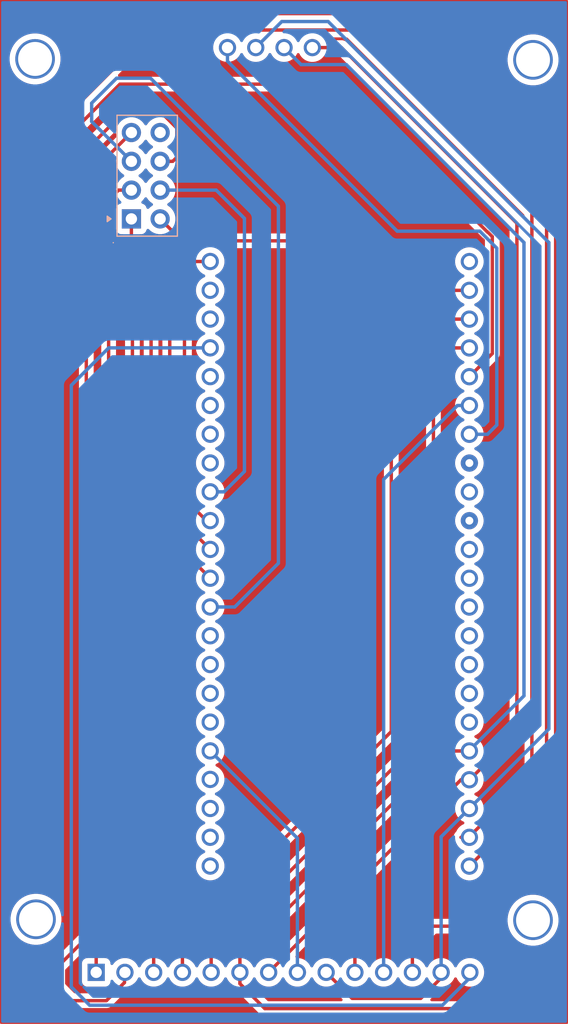
<source format=kicad_pcb>
(kicad_pcb (version 20241229) (generator "pcbnew") (generator_version "9.0")
  (layers (0 "F.Cu" signal) (2 "B.Cu" signal) (13 "F.Paste" user) (15 "B.Paste" user) (5 "F.SilkS" user "F.Silkscreen") (7 "B.SilkS" user "B.Silkscreen") (1 "F.Mask" user) (3 "B.Mask" user) (25 "Edge.Cuts" user))
  (net 0 "")
  (footprint "" (layer "F.Cu") (at 91.375 100.865 -90)
    (property "Reference" "" (at 0 0 90) (layer "F.SilkS") (effects (font (size 1.27 1.27))))
    (property "Value" "")
    (pad "31" thru_hole circle (at 0 0) (size 1.524 1.524) (drill 1) (layers "*.Cu" "*.Mask"))
  )
  (footprint "" (layer "F.Cu") (at 91.375 108.485 -90)
    (property "Reference" "" (at 0 0 90) (layer "F.SilkS") (effects (font (size 1.27 1.27))))
    (property "Value" "")
    (pad "28" thru_hole circle (at 0 0) (size 1.524 1.524) (drill 1) (layers "*.Cu" "*.Mask"))
  )
  (footprint "" (layer "F.Cu") (at 68.475 83.075 -90)
    (property "Reference" "" (at 0 0 90) (layer "F.SilkS") (effects (font (size 1.27 1.27))))
    (property "Value" "")
    (pad "42" thru_hole circle (at 0 0) (size 1.524 1.524) (drill 1) (layers "*.Cu" "*.Mask"))
  )
  (footprint "" (layer "F.Cu") (at 70 51.5)
    (property "Reference" "" (at 0 0 0) (layer "F.SilkS") (effects (font (size 1.27 1.27))))
    (property "Value" "")
    (pad "CS" thru_hole circle (at 0 0 90) (size 1.524 1.524) (drill 1) (layers "*.Cu" "*.Mask"))
  )
  (footprint "" (layer "F.Cu") (at 97 52.581139)
    (property "Reference" "" (at 0 0 0) (layer "F.SilkS") (effects (font (size 1.27 1.27))))
    (property "Value" "")
    (pad "23" thru_hole circle (at 0 0 270) (size 3.5 3.5) (drill 3) (layers "*.Cu" "*.Mask"))
  )
  (footprint "" (layer "F.Cu") (at 91.375 103.405 -90)
    (property "Reference" "" (at 0 0 90) (layer "F.SilkS") (effects (font (size 1.27 1.27))))
    (property "Value" "")
    (pad "30" thru_hole circle (at 0 0) (size 1.524 1.524) (drill 1) (layers "*.Cu" "*.Mask"))
  )
  (footprint "" (layer "F.Cu") (at 88.88 133.1 180)
    (property "Reference" "" (at 0 0 0) (layer "F.SilkS") (effects (font (size 1.27 1.27))))
    (property "Value" "")
    (pad "34" thru_hole circle (at 0 0 270) (size 1.524 1.524) (drill 1) (layers "*.Cu" "*.Mask"))
  )
  (footprint "" (layer "F.Cu") (at 86.34 133.1 180)
    (property "Reference" "" (at 0 0 0) (layer "F.SilkS") (effects (font (size 1.27 1.27))))
    (property "Value" "")
    (pad "33" thru_hole circle (at 0 0 270) (size 1.524 1.524) (drill 1) (layers "*.Cu" "*.Mask"))
  )
  (footprint "" (layer "F.Cu") (at 68.475 98.32 -90)
    (property "Reference" "" (at 0 0 90) (layer "F.SilkS") (effects (font (size 1.27 1.27))))
    (property "Value" "")
    (pad "36" thru_hole circle (at 0 0) (size 1.524 1.524) (drill 1) (layers "*.Cu" "*.Mask"))
  )
  (footprint "" (layer "F.Cu") (at 68.56 133.1 180)
    (property "Reference" "" (at 0 0 0) (layer "F.SilkS") (effects (font (size 1.27 1.27))))
    (property "Value" "")
    (pad "26" thru_hole circle (at 0 0 270) (size 1.524 1.524) (drill 1) (layers "*.Cu" "*.Mask"))
  )
  (footprint "" (layer "F.Cu") (at 91.375 78 -90)
    (property "Reference" "" (at 0 0 90) (layer "F.SilkS") (effects (font (size 1.27 1.27))))
    (property "Value" "")
    (pad "5" thru_hole circle (at 0 0) (size 1.524 1.524) (drill 1) (layers "*.Cu" "*.Mask"))
  )
  (footprint "" (layer "F.Cu") (at 68.475 95.78 -90)
    (property "Reference" "" (at 0 0 90) (layer "F.SilkS") (effects (font (size 1.27 1.27))))
    (property "Value" "")
    (pad "37" thru_hole circle (at 0 0) (size 1.524 1.524) (drill 1) (layers "*.Cu" "*.Mask"))
  )
  (footprint "" (layer "F.Cu") (at 91.375 111.025 -90)
    (property "Reference" "" (at 0 0 90) (layer "F.SilkS") (effects (font (size 1.27 1.27))))
    (property "Value" "")
    (pad "27" thru_hole circle (at 0 0) (size 1.524 1.524) (drill 1) (layers "*.Cu" "*.Mask"))
  )
  (footprint "" (layer "F.Cu") (at 53.081139 128.418861)
    (property "Reference" "" (at 0 0 0) (layer "F.SilkS") (effects (font (size 1.27 1.27))))
    (property "Value" "")
    (pad "23" thru_hole circle (at 0 0 270) (size 3.5 3.5) (drill 3) (layers "*.Cu" "*.Mask"))
  )
  (footprint "" (layer "F.Cu") (at 53 52.5)
    (property "Reference" "" (at 0 0 0) (layer "F.SilkS") (effects (font (size 1.27 1.27))))
    (property "Value" "")
    (pad "23" thru_hole circle (at 0 0 270) (size 3.5 3.5) (drill 3) (layers "*.Cu" "*.Mask"))
  )
  (footprint "" (layer "F.Cu") (at 68.475 113.56 -90)
    (property "Reference" "" (at 0 0 90) (layer "F.SilkS") (effects (font (size 1.27 1.27))))
    (property "Value" "")
    (pad "21" thru_hole circle (at 0 0) (size 1.524 1.524) (drill 1) (layers "*.Cu" "*.Mask"))
  )
  (footprint "" (layer "F.Cu") (at 68.475 90.7 -90)
    (property "Reference" "" (at 0 0 90) (layer "F.SilkS") (effects (font (size 1.27 1.27))))
    (property "Value" "")
    (pad "39" thru_hole circle (at 0 0) (size 1.524 1.524) (drill 1) (layers "*.Cu" "*.Mask"))
  )
  (footprint "" (layer "F.Cu") (at 91.375 83.08 -90)
    (property "Reference" "" (at 0 0 90) (layer "F.SilkS") (effects (font (size 1.27 1.27))))
    (property "Value" "")
    (pad "7" thru_hole circle (at 0 0) (size 1.524 1.524) (drill 1) (layers "*.Cu" "*.Mask"))
  )
  (footprint "" (layer "F.Cu") (at 91.42 133.1 180)
    (property "Reference" "" (at 0 0 0) (layer "F.SilkS") (effects (font (size 1.27 1.27))))
    (property "Value" "")
    (pad "35" thru_hole circle (at 0 0 270) (size 1.524 1.524) (drill 1) (layers "*.Cu" "*.Mask"))
  )
  (footprint "" (layer "F.Cu") (at 66.02 133.1 180)
    (property "Reference" "" (at 0 0 0) (layer "F.SilkS") (effects (font (size 1.27 1.27))))
    (property "Value" "")
    (pad "rst" thru_hole circle (at 0 0 270) (size 1.524 1.524) (drill 1) (layers "*.Cu" "*.Mask"))
  )
  (footprint "" (layer "F.Cu") (at 68.475 88.155 -90)
    (property "Reference" "" (at 0 0 90) (layer "F.SilkS") (effects (font (size 1.27 1.27))))
    (property "Value" "")
    (pad "40" thru_hole circle (at 0 0) (size 1.524 1.524) (drill 1) (layers "*.Cu" "*.Mask"))
  )
  (footprint "" (layer "F.Cu") (at 68.475 118.64 -90)
    (property "Reference" "" (at 0 0 90) (layer "F.SilkS") (effects (font (size 1.27 1.27))))
    (property "Value" "")
    (pad "19" thru_hole circle (at 0 0) (size 1.524 1.524) (drill 1) (layers "*.Cu" "*.Mask"))
  )
  (footprint "" (layer "F.Cu") (at 63.48 133.1 180)
    (property "Reference" "" (at 0 0 0) (layer "F.SilkS") (effects (font (size 1.27 1.27))))
    (property "Value" "")
    (pad "cs" thru_hole circle (at 0 0 270) (size 1.524 1.524) (drill 1) (layers "*.Cu" "*.Mask"))
  )
  (footprint "" (layer "F.Cu") (at 60.94 133.1 180)
    (property "Reference" "" (at 0 0 0) (layer "F.SilkS") (effects (font (size 1.27 1.27))))
    (property "Value" "")
    (pad "23" thru_hole circle (at 0 0 270) (size 1.524 1.524) (drill 1) (layers "*.Cu" "*.Mask"))
  )
  (footprint "" (layer "F.Cu") (at 91.375 118.645 -90)
    (property "Reference" "" (at 0 0 90) (layer "F.SilkS") (effects (font (size 1.27 1.27))))
    (property "Value" "")
    (pad "14" thru_hole circle (at 0 0) (size 1.524 1.524) (drill 1) (layers "*.Cu" "*.Mask"))
  )
  (footprint "" (layer "F.Cu") (at 68.475 70.375 -90)
    (property "Reference" "" (at 0 0 90) (layer "F.SilkS") (effects (font (size 1.27 1.27))))
    (property "Value" "")
    (pad "g" thru_hole circle (at 0 0) (size 1.524 1.524) (drill 1) (layers "*.Cu" "*.Mask"))
  )
  (footprint "" (layer "F.Cu") (at 68.475 77.995 -90)
    (property "Reference" "" (at 0 0 90) (layer "F.SilkS") (effects (font (size 1.27 1.27))))
    (property "Value" "")
    (pad "1" thru_hole circle (at 0 0) (size 1.524 1.524) (drill 1) (layers "*.Cu" "*.Mask"))
  )
  (footprint "" (layer "F.Cu") (at 68.475 111.02 -90)
    (property "Reference" "" (at 0 0 90) (layer "F.SilkS") (effects (font (size 1.27 1.27))))
    (property "Value" "")
    (pad "47" thru_hole circle (at 0 0) (size 1.524 1.524) (drill 1) (layers "*.Cu" "*.Mask"))
  )
  (footprint "" (layer "F.Cu") (at 68.475 75.455 -90)
    (property "Reference" "" (at 0 0 90) (layer "F.SilkS") (effects (font (size 1.27 1.27))))
    (property "Value" "")
    (pad "RX" thru_hole circle (at 0 0) (size 1.524 1.524) (drill 1) (layers "*.Cu" "*.Mask"))
  )
  (footprint "" (layer "F.Cu") (at 91.375 113.565 -90)
    (property "Reference" "" (at 0 0 90) (layer "F.SilkS") (effects (font (size 1.27 1.27))))
    (property "Value" "")
    (pad "12" thru_hole circle (at 0 0) (size 1.524 1.524) (drill 1) (layers "*.Cu" "*.Mask"))
  )
  (footprint "" (layer "F.Cu") (at 68.475 105.94 -90)
    (property "Reference" "" (at 0 0 90) (layer "F.SilkS") (effects (font (size 1.27 1.27))))
    (property "Value" "")
    (pad "45" thru_hole circle (at 0 0) (size 1.524 1.524) (drill 1) (layers "*.Cu" "*.Mask"))
  )
  (footprint "" (layer "F.Cu") (at 91.375 95.785 -90)
    (property "Reference" "" (at 0 0 90) (layer "F.SilkS") (effects (font (size 1.27 1.27))))
    (property "Value" "")
    (pad "33" thru_hole circle (at 0 0) (size 1.524 1.524) (drill 1) (layers "*.Cu" "*.Mask"))
  )
  (footprint "" (layer "F.Cu") (at 76.18 133.1 180)
    (property "Reference" "" (at 0 0 0) (layer "F.SilkS") (effects (font (size 1.27 1.27))))
    (property "Value" "")
    (pad "29" thru_hole circle (at 0 0 270) (size 1.524 1.524) (drill 1) (layers "*.Cu" "*.Mask"))
  )
  (footprint "" (layer "F.Cu") (at 91.375 75.46 -90)
    (property "Reference" "" (at 0 0 90) (layer "F.SilkS") (effects (font (size 1.27 1.27))))
    (property "Value" "")
    (pad "4" thru_hole circle (at 0 0) (size 1.524 1.524) (drill 1) (layers "*.Cu" "*.Mask"))
  )
  (footprint "" (layer "F.Cu") (at 91.375 121.185 -90)
    (property "Reference" "" (at 0 0 90) (layer "F.SilkS") (effects (font (size 1.27 1.27))))
    (property "Value" "")
    (pad "5v" thru_hole circle (at 0 0) (size 1.524 1.524) (drill 1) (layers "*.Cu" "*.Mask"))
  )
  (footprint "" (layer "F.Cu") (at 68.475 93.24 -90)
    (property "Reference" "" (at 0 0 90) (layer "F.SilkS") (effects (font (size 1.27 1.27))))
    (property "Value" "")
    (pad "38" thru_hole circle (at 0 0) (size 1.524 1.524) (drill 1) (layers "*.Cu" "*.Mask"))
  )
  (footprint "" (layer "F.Cu") (at 91.375 98.325 -90)
    (property "Reference" "" (at 0 0 90) (layer "F.SilkS") (effects (font (size 1.27 1.27))))
    (property "Value" "")
    (pad "32" thru_hole circle (at 0 0) (size 1.524 1.524) (drill 1) (layers "*.Cu" "*.Mask"))
  )
  (footprint "" (layer "F.Cu") (at 91.375 93.245 -90)
    (property "Reference" "" (at 0 0 90) (layer "F.SilkS") (effects (font (size 1.27 1.27))))
    (property "Value" "")
    (pad "34" thru_hole circle (at 0 0) (size 1.524 1.524) (drill 0.7) (layers "*.Cu" "B.Mask"))
  )
  (footprint "" (layer "F.Cu") (at 58.4 133.1 180)
    (property "Reference" "" (at 0 0 0) (layer "F.SilkS") (effects (font (size 1.27 1.27))))
    (property "Value" "")
    (pad "VCC" thru_hole rect (at 0 0 270) (size 1.524 1.524) (drill 1) (layers "*.Cu" "*.Mask"))
  )
  (footprint "" (layer "F.Cu") (at 68.475 80.535 -90)
    (property "Reference" "" (at 0 0 90) (layer "F.SilkS") (effects (font (size 1.27 1.27))))
    (property "Value" "")
    (pad "2" thru_hole circle (at 0 0) (size 1.524 1.524) (drill 1) (layers "*.Cu" "*.Mask"))
  )
  (footprint "" (layer "F.Cu") (at 91.375 72.92 -90)
    (property "Reference" "" (at 0 0 90) (layer "F.SilkS") (effects (font (size 1.27 1.27))))
    (property "Value" "")
    (pad "3.3" thru_hole circle (at 0 0) (size 1.524 1.524) (drill 1) (layers "*.Cu" "*.Mask"))
  )
  (footprint "" (layer "F.Cu") (at 91.375 88.16 -90)
    (property "Reference" "" (at 0 0 90) (layer "F.SilkS") (effects (font (size 1.27 1.27))))
    (property "Value" "")
    (pad "26" thru_hole circle (at 0 0) (size 1.524 1.524) (drill 0.7) (layers "*.Cu" "*.Mask" "F.Paste"))
  )
  (footprint "" (layer "F.Cu") (at 73.64 133.1 180)
    (property "Reference" "" (at 0 0 0) (layer "F.SilkS") (effects (font (size 1.27 1.27))))
    (property "Value" "")
    (pad "28" thru_hole circle (at 0 0 270) (size 1.524 1.524) (drill 1) (layers "*.Cu" "*.Mask"))
  )
  (footprint "" (layer "F.Cu") (at 91.375 70.38 -90)
    (property "Reference" "" (at 0 0 90) (layer "F.SilkS") (effects (font (size 1.27 1.27))))
    (property "Value" "")
    (pad "3.3" thru_hole circle (at 0 0) (size 1.524 1.524) (drill 1) (layers "*.Cu" "*.Mask" "B.Adhes"))
  )
  (footprint "" (layer "F.Cu") (at 71.1 133.1 180)
    (property "Reference" "" (at 0 0 0) (layer "F.SilkS") (effects (font (size 1.27 1.27))))
    (property "Value" "")
    (pad "27" thru_hole circle (at 0 0 270) (size 1.524 1.524) (drill 1) (layers "*.Cu" "*.Mask"))
  )
  (footprint "" (layer "F.Cu") (at 75 51.5)
    (property "Reference" "" (at 0 0 0) (layer "F.SilkS") (effects (font (size 1.27 1.27))))
    (property "Value" "")
    (pad "MISO" thru_hole circle (at 0 0 90) (size 1.524 1.524) (drill 1) (layers "*.Cu" "*.Mask"))
  )
  (footprint "" (layer "F.Cu") (at 81.26 133.1 180)
    (property "Reference" "" (at 0 0 0) (layer "F.SilkS") (effects (font (size 1.27 1.27))))
    (property "Value" "")
    (pad "31" thru_hole circle (at 0 0 270) (size 1.524 1.524) (drill 1) (layers "*.Cu" "*.Mask"))
  )
  (footprint "" (layer "F.Cu") (at 68.475 72.915 -90)
    (property "Reference" "" (at 0 0 90) (layer "F.SilkS") (effects (font (size 1.27 1.27))))
    (property "Value" "")
    (pad "TX" thru_hole circle (at 0 0) (size 1.524 1.524) (drill 1) (layers "*.Cu" "*.Mask"))
  )
  (footprint "" (layer "F.Cu") (at 91.375 90.705 -90)
    (property "Reference" "" (at 0 0 90) (layer "F.SilkS") (effects (font (size 1.27 1.27))))
    (property "Value" "")
    (pad "35" thru_hole circle (at 0 0) (size 1.524 1.524) (drill 1) (layers "*.Cu" "*.Mask"))
  )
  (footprint "" (layer "F.Cu") (at 68.475 121.18 -90)
    (property "Reference" "" (at 0 0 90) (layer "F.SilkS") (effects (font (size 1.27 1.27))))
    (property "Value" "")
    (pad "gnd" thru_hole circle (at 0 0) (size 1.524 1.524) (drill 1) (layers "*.Cu" "*.Mask"))
  )
  (footprint "" (layer "F.Cu") (at 68.475 108.48 -90)
    (property "Reference" "" (at 0 0 90) (layer "F.SilkS") (effects (font (size 1.27 1.27))))
    (property "Value" "")
    (pad "48" thru_hole circle (at 0 0) (size 1.524 1.524) (drill 1) (layers "*.Cu" "*.Mask"))
  )
  (footprint "" (layer "F.Cu") (at 77.5 51.5)
    (property "Reference" "" (at 0 0 0) (layer "F.SilkS") (effects (font (size 1.27 1.27))))
    (property "Value" "")
    (pad "SCK" thru_hole circle (at 0 0 90) (size 1.524 1.524) (drill 1) (layers "*.Cu" "*.Mask"))
  )
  (footprint "" (layer "F.Cu") (at 91.375 80.54 -90)
    (property "Reference" "" (at 0 0 90) (layer "F.SilkS") (effects (font (size 1.27 1.27))))
    (property "Value" "")
    (pad "6" thru_hole circle (at 0 0) (size 1.524 1.524) (drill 1) (layers "*.Cu" "*.Mask"))
  )
  (footprint "" (layer "F.Cu") (at 97 128.5)
    (property "Reference" "" (at 0 0 0) (layer "F.SilkS") (effects (font (size 1.27 1.27))))
    (property "Value" "")
    (pad "23" thru_hole circle (at 0 0 270) (size 3.5 3.5) (drill 3) (layers "*.Cu" "*.Mask"))
  )
  (footprint "" (layer "F.Cu") (at 68.475 116.075)
    (property "Reference" "" (at 0 0 0) (layer "F.SilkS") (effects (font (size 1.27 1.27))))
    (property "Value" "")
    (pad "25" thru_hole circle (at 0 0) (size 1.524 1.524) (drill 1) (layers "*.Cu" "*.Mask"))
  )
  (footprint "" (layer "F.Cu") (at 91.375 116.105 -90)
    (property "Reference" "" (at 0 0 90) (layer "F.SilkS") (effects (font (size 1.27 1.27))))
    (property "Value" "")
    (pad "13" thru_hole circle (at 0 0) (size 1.524 1.524) (drill 1) (layers "*.Cu" "*.Mask"))
  )
  (footprint "" (layer "F.Cu") (at 72.5 51.5)
    (property "Reference" "" (at 0 0 0) (layer "F.SilkS") (effects (font (size 1.27 1.27))))
    (property "Value" "")
    (pad "MOSI" thru_hole circle (at 0 0 90) (size 1.524 1.524) (drill 1) (layers "*.Cu" "*.Mask"))
  )
  (footprint "" (layer "F.Cu") (at 91.375 123.725 -90)
    (property "Reference" "" (at 0 0 90) (layer "F.SilkS") (effects (font (size 1.27 1.27))))
    (property "Value" "")
    (pad "GND" thru_hole circle (at 0 0) (size 1.524 1.524) (drill 1) (layers "*.Cu" "*.Mask"))
  )
  (footprint "" (layer "F.Cu") (at 91.375 105.945 -90)
    (property "Reference" "" (at 0 0 90) (layer "F.SilkS") (effects (font (size 1.27 1.27))))
    (property "Value" "")
    (pad "29" thru_hole circle (at 0 0) (size 1.524 1.524) (drill 1) (layers "*.Cu" "*.Mask"))
  )
  (footprint "" (layer "F.Cu") (at 83.8 133.1 180)
    (property "Reference" "" (at 0 0 0) (layer "F.SilkS") (effects (font (size 1.27 1.27))))
    (property "Value" "")
    (pad "32" thru_hole circle (at 0 0 270) (size 1.524 1.524) (drill 1) (layers "*.Cu" "*.Mask"))
  )
  (footprint "" (layer "F.Cu") (at 68.475 123.72 -90)
    (property "Reference" "" (at 0 0 90) (layer "F.SilkS") (effects (font (size 1.27 1.27))))
    (property "Value" "")
    (pad "gnd" thru_hole circle (at 0 0) (size 1.524 1.524) (drill 1) (layers "*.Cu" "*.Mask"))
  )
  (footprint "" (layer "F.Cu") (at 78.72 133.1 180)
    (property "Reference" "" (at 0 0 0) (layer "F.SilkS") (effects (font (size 1.27 1.27))))
    (property "Value" "")
    (pad "30" thru_hole circle (at 0 0 270) (size 1.524 1.524) (drill 1) (layers "*.Cu" "*.Mask"))
  )
  (footprint "" (layer "F.Cu") (at 68.475 103.4 -90)
    (property "Reference" "" (at 0 0 90) (layer "F.SilkS") (effects (font (size 1.27 1.27))))
    (property "Value" "")
    (pad "0" thru_hole circle (at 0 0) (size 1.524 1.524) (drill 1) (layers "*.Cu" "*.Mask"))
  )
  (footprint "" (layer "F.Cu") (at 91.375 85.62 -90)
    (property "Reference" "" (at 0 0 90) (layer "F.SilkS") (effects (font (size 1.27 1.27))))
    (property "Value" "")
    (pad "7" thru_hole circle (at 0 0) (size 1.524 1.524) (drill 1) (layers "*.Cu" "*.Mask"))
  )
  (footprint "" (layer "F.Cu") (at 68.475 85.615 -90)
    (property "Reference" "" (at 0 0 90) (layer "F.SilkS") (effects (font (size 1.27 1.27))))
    (property "Value" "")
    (pad "41" thru_hole circle (at 0 0) (size 1.524 1.524) (drill 1) (layers "*.Cu" "*.Mask"))
  )
  (footprint "" (layer "F.Cu") (at 68.475 100.86 -90)
    (property "Reference" "" (at 0 0 90) (layer "F.SilkS") (effects (font (size 1.27 1.27))))
    (property "Value" "")
    (pad "35" thru_hole circle (at 0 0) (size 1.524 1.524) (drill 1) (layers "*.Cu" "*.Mask"))
  )
  (footprint "RF_Module:nRF24L01_Breakout" (layer "B.Cu") (at 61.51 66.615)
    (property "Reference" "U3" (hide yes))
    (property "Value" "NRF24L01_Breakout" (hide yes))
    (fp_line (start -1.6 2.1) (end -1.6 2.1) (stroke (width 0.12)) (layer "B.SilkS"))
    (fp_line (start -1.27 -9.144) (end -1.27 -9.144) (stroke (width 0.12)) (layer "B.SilkS"))
    (fp_line (start -1.27 -9.144) (end -1.27 1.524) (stroke (width 0.12)) (layer "B.SilkS"))
    (fp_line (start -1.27 1.524) (end -1.27 1.524) (stroke (width 0.12)) (layer "B.SilkS"))
    (fp_line (start -1.27 1.524) (end 4.064 1.524) (stroke (width 0.12)) (layer "B.SilkS"))
    (fp_line (start 4.064 -9.144) (end -1.27 -9.144) (stroke (width 0.12)) (layer "B.SilkS"))
    (fp_line (start 4.064 1.524) (end 4.064 -9.144) (stroke (width 0.12)) (layer "B.SilkS"))
    (fp_poly (pts (xy -1.8 0) (xy -2.136 -0.24) (xy -2.136 0.24) (xy -1.8 0)) (stroke (width 0.12)) (fill yes) (layer "B.SilkS"))
    (pad "CE" thru_hole circle (at 0 -2.54) (size 1.7 1.7) (drill 1) (layers "*.Cu" "*.Mask"))
    (pad "CSN" thru_hole circle (at 2.54 -2.54) (size 1.7 1.7) (drill 1) (layers "*.Cu" "*.Mask"))
    (pad "GND" thru_hole rect (at 0 0) (size 1.7 1.7) (drill 1) (layers "*.Cu" "*.Mask"))
    (pad "VCC" thru_hole circle (at 2.54 0) (size 1.7 1.7) (drill 1) (layers "*.Cu" "*.Mask"))
    (pad "irq" thru_hole circle (at 2.54 -7.62) (size 1.7 1.7) (drill 1) (layers "*.Cu" "*.Mask"))
    (pad "miso" thru_hole circle (at 0 -7.62) (size 1.7 1.7) (drill 1) (layers "*.Cu" "*.Mask"))
    (pad "mosi" thru_hole circle (at 2.54 -5.08) (size 1.7 1.7) (drill 1) (layers "*.Cu" "*.Mask"))
    (pad "sck" thru_hole circle (at 0 -5.08) (size 1.7 1.7) (drill 1) (layers "*.Cu" "*.Mask"))
  )
  (gr_circle (center 97 52.581139) (end 97.5 54.081139) (stroke (width 0.2)) (fill no) (layer "F.Cu"))
  (gr_circle (center 53 52.5) (end 53.5 54) (stroke (width 0.2)) (fill no) (layer "F.Cu"))
  (gr_circle (center 53.081139 128.418861) (end 53.581139 129.918861) (stroke (width 0.2)) (fill no) (layer "F.Cu"))
  (gr_circle (center 97 128.5) (end 97.5 130) (stroke (width 0.2)) (fill no) (layer "F.Cu"))
  (gr_circle (center 97 128.5) (end 97.5 130) (stroke (width 0.2)) (fill no) (layer "F.Cu"))
  (gr_circle (center 97 52.581139) (end 97.5 54.081139) (stroke (width 0.2)) (fill no) (layer "F.Cu"))
  (gr_circle (center 53 52.5) (end 53.5 54) (stroke (width 0.2)) (fill no) (layer "F.Cu"))
  (gr_rect (start 50 47.4) (end 100 137.55) (stroke (width 0.2)) (fill no) (layer "F.Cu"))
  (segment (start 63.48 133.1) (end 63.48 123.38) (width 0.3) (layer "F.Cu") (net 0))
  (segment (start 82.175 68.55) (end 86.545 72.92) (width 0.3) (layer "F.Cu") (net 0))
  (segment (start 60.9 133.14) (end 60.9 134) (width 0.3) (layer "F.Cu") (net 0))
  (segment (start 89.235 113.565) (end 91.375 113.565) (width 0.3) (layer "F.Cu") (net 0))
  (segment (start 91.375 75.46) (end 85.94 75.46) (width 0.3) (layer "F.Cu") (net 0))
  (segment (start 60.5 54.725) (end 79.925 54.725) (width 0.3) (layer "F.Cu") (net 0))
  (segment (start 91.375 113.525) (end 91.375 113.565) (width 0.3) (layer "F.Cu") (net 0))
  (segment (start 66.2 91.3) (end 66.4 91.5) (width 0.3) (layer "F.Cu") (net 0))
  (segment (start 71.1 133.1) (end 71.1 131.7) (width 0.3) (layer "F.Cu") (net 0))
  (segment (start 91.395 116.105) (end 95.575 111.925) (width 0.3) (layer "F.Cu") (net 0))
  (segment (start 73.64 133.1) (end 78.1075 128.6325) (width 0.3) (layer "F.Cu") (net 0))
  (segment (start 88.2 111.5) (end 68.56 131.14) (width 0.3) (layer "F.Cu") (net 0))
  (segment (start 80.075 51.5) (end 80.1625 51.5875) (width 0.3) (layer "F.Cu") (net 0))
  (segment (start 68.8 48.5) (end 81.7 48.5) (width 0.3) (layer "F.Cu") (net 0))
  (segment (start 65.985 68.55) (end 82.175 68.55) (width 0.3) (layer "F.Cu") (net 0))
  (segment (start 62.925 76.125) (end 57.1 70.3) (width 0.3) (layer "F.Cu") (net 0))
  (segment (start 53.9 71.5) (end 53.9 59.4) (width 0.3) (layer "F.Cu") (net 0))
  (segment (start 56.2 135.6) (end 55 134.4) (width 0.3) (layer "F.Cu") (net 0))
  (segment (start 86.545 72.92) (end 91.375 72.92) (width 0.3) (layer "F.Cu") (net 0))
  (segment (start 79.925 54.725) (end 92.975 67.775) (width 0.3) (layer "F.Cu") (net 0))
  (segment (start 65.165 61.535) (end 65.525 61.175) (width 0.3) (layer "F.Cu") (net 0))
  (segment (start 73.3 136.3) (end 73 136) (width 0.3) (layer "F.Cu") (net 0))
  (segment (start 91.375 121.185) (end 91.375 121.125) (width 0.3) (layer "F.Cu") (net 0))
  (segment (start 61 76.025) (end 61.1 76.125) (width 0.3) (layer "F.Cu") (net 0))
  (segment (start 97.6 117.5) (end 91.375 123.725) (width 0.3) (layer "F.Cu") (net 0))
  (segment (start 81.26 133.1) (end 81.26 131.785) (width 0.3) (layer "F.Cu") (net 0))
  (segment (start 93.4 68.175) (end 93.4 78.5) (width 0.3) (layer "F.Cu") (net 0))
  (segment (start 61.2 56.85) (end 57.65 60.4) (width 0.3) (layer "F.Cu") (net 0))
  (segment (start 70 51.5) (end 70 51.325) (width 0.3) (layer "F.Cu") (net 0))
  (segment (start 68.56 131.3) (end 68.56 133.1) (width 0.3) (layer "F.Cu") (net 0))
  (segment (start 63.25 76.475) (end 63.25 93.095) (width 0.3) (layer "F.Cu") (net 0))
  (segment (start 87.075 135.4) (end 87.4 135.075) (width 0.3) (layer "F.Cu") (net 0))
  (segment (start 84.475 111.85) (end 84.475 78.2) (width 0.3) (layer "F.Cu") (net 0))
  (segment (start 81.02 135.4) (end 87.075 135.4) (width 0.3) (layer "F.Cu") (net 0))
  (segment (start 93.95 132.8) (end 93.95 134.925) (width 0.3) (layer "F.Cu") (net 0))
  (segment (start 61.6 76.625) (end 61.6 121.5) (width 0.3) (layer "F.Cu") (net 0))
  (segment (start 68.14 93.24) (end 68.475 93.24) (width 0.3) (layer "F.Cu") (net 0))
  (segment (start 65.0725 92.3775) (end 68.475 95.78) (width 0.3) (layer "F.Cu") (net 0))
  (segment (start 63.775 56.85) (end 61.2 56.85) (width 0.3) (layer "F.Cu") (net 0))
  (segment (start 63.575 93.42) (end 63.8775 93.7225) (width 0.3) (layer "F.Cu") (net 0))
  (segment (start 76.18 133.1) (end 76.25 133.1) (width 0.3) (layer "F.Cu") (net 0))
  (segment (start 95.575 67) (end 80.1625 51.5875) (width 0.3) (layer "F.Cu") (net 0))
  (segment (start 66.4 91.5) (end 68.14 93.24) (width 0.3) (layer "F.Cu") (net 0))
  (segment (start 68.29 93.24) (end 68.475 93.24) (width 0.3) (layer "F.Cu") (net 0))
  (segment (start 66.02 130.305) (end 84.475 111.85) (width 0.3) (layer "F.Cu") (net 0))
  (segment (start 91.375 116.105) (end 91.395 116.105) (width 0.3) (layer "F.Cu") (net 0))
  (segment (start 66.2 75.3) (end 66.2 91.3) (width 0.3) (layer "F.Cu") (net 0))
  (segment (start 88.2 79.6) (end 88.2 111.5) (width 0.3) (layer "F.Cu") (net 0))
  (segment (start 88.15 129.025) (end 90.175 129.025) (width 0.3) (layer "F.Cu") (net 0))
  (segment (start 55.375 59.85) (end 60.5 54.725) (width 0.3) (layer "F.Cu") (net 0))
  (segment (start 93 67.775) (end 93.4 68.175) (width 0.3) (layer "F.Cu") (net 0))
  (segment (start 65.375 74.475) (end 66.2 75.3) (width 0.3) (layer "F.Cu") (net 0))
  (segment (start 64.05 66.615) (end 65.985 68.55) (width 0.3) (layer "F.Cu") (net 0))
  (segment (start 61.51 68.585) (end 63.325 70.4) (width 0.3) (layer "F.Cu") (net 0))
  (segment (start 60.9 134) (end 59.3 135.6) (width 0.3) (layer "F.Cu") (net 0))
  (segment (start 89.8 78) (end 88.2 79.6) (width 0.3) (layer "F.Cu") (net 0))
  (segment (start 90.635 121.185) (end 91.375 121.185) (width 0.3) (layer "F.Cu") (net 0))
  (segment (start 57.525 130.075) (end 57.525 77.275) (width 0.3) (layer "F.Cu") (net 0))
  (segment (start 61.1 76.125) (end 61.6 76.625) (width 0.3) (layer "F.Cu") (net 0))
  (segment (start 58.725 69.95) (end 64.1 75.325) (width 0.3) (layer "F.Cu") (net 0))
  (segment (start 69.975 51.3) (end 70 51.325) (width 0.3) (layer "F.Cu") (net 0))
  (segment (start 66.02 133.1) (end 66.02 130.305) (width 0.3) (layer "F.Cu") (net 0))
  (segment (start 61.55 49.95) (end 63 48.5) (width 0.3) (layer "F.Cu") (net 0))
  (segment (start 59.8625 68.9625) (end 65.375 74.475) (width 0.3) (layer "F.Cu") (net 0))
  (segment (start 59.5 130.1) (end 59.5 77.1) (width 0.3) (layer "F.Cu") (net 0))
  (segment (start 68.38 95.78) (end 68.475 95.78) (width 0.3) (layer "F.Cu") (net 0))
  (segment (start 90.635 113.565) (end 91.375 113.565) (width 0.3) (layer "F.Cu") (net 0))
  (segment (start 66.275 52.4) (end 68.725 49.95) (width 0.3) (layer "F.Cu") (net 0))
  (segment (start 77.5 51.5) (end 80.075 51.5) (width 0.3) (layer "F.Cu") (net 0))
  (segment (start 55.375 70.4) (end 55.375 59.85) (width 0.3) (layer "F.Cu") (net 0))
  (segment (start 59.8625 64.5875) (end 59.8625 68.9625) (width 0.3) (layer "F.Cu") (net 0))
  (segment (start 91.375 83.08) (end 91.445 83.08) (width 0.3) (layer "F.Cu") (net 0))
  (segment (start 71.1 131.7) (end 89.235 113.565) (width 0.3) (layer "F.Cu") (net 0))
  (segment (start 91.39 121.185) (end 91.375 121.185) (width 0.3) (layer "F.Cu") (net 0))
  (segment (start 84.475 76.925) (end 84.475 78.2) (width 0.3) (layer "F.Cu") (net 0))
  (segment (start 57.1 70.3) (end 57.1 60.95) (width 0.3) (layer "F.Cu") (net 0))
  (segment (start 63.325 70.4) (end 63.35 70.375) (width 0.3) (layer "F.Cu") (net 0))
  (segment (start 68.56 131.14) (end 68.56 131.3) (width 0.3) (layer "F.Cu") (net 0))
  (segment (start 61.51 58.995) (end 58.725 61.78) (width 0.3) (layer "F.Cu") (net 0))
  (segment (start 59.3 135.6) (end 56.2 135.6) (width 0.3) (layer "F.Cu") (net 0))
  (segment (start 68.3 90.7) (end 68.475 90.7) (width 0.3) (layer "F.Cu") (net 0))
  (segment (start 80.85 49.95) (end 80.875 49.975) (width 0.3) (layer "F.Cu") (net 0))
  (segment (start 60.94 133.1) (end 60.9 133.14) (width 0.3) (layer "F.Cu") (net 0))
  (segment (start 92.975 67.775) (end 93 67.775) (width 0.3) (layer "F.Cu") (net 0))
  (segment (start 98.2 65) (end 98.2 116.9) (width 0.3) (layer "F.Cu") (net 0))
  (segment (start 78.1075 128.6325) (end 90.635 116.105) (width 0.3) (layer "F.Cu") (net 0))
  (segment (start 52.5 59) (end 60.8 50.7) (width 0.3) (layer "F.Cu") (net 0))
  (segment (start 64.9 76.125) (end 64.9 92.205) (width 0.3) (layer "F.Cu") (net 0))
  (segment (start 65.525 58.6) (end 63.775 56.85) (width 0.3) (layer "F.Cu") (net 0))
  (segment (start 96.9 115.6) (end 96.9 66) (width 0.3) (layer "F.Cu") (net 0))
  (segment (start 66.275 52.4) (end 60.9 52.4) (width 0.3) (layer "F.Cu") (net 0))
  (segment (start 68.05 48.5) (end 68.8 48.5) (width 0.3) (layer "F.Cu") (net 0))
  (segment (start 88.88 133.595) (end 88.88 133.1) (width 0.3) (layer "F.Cu") (net 0))
  (segment (start 61.6 121.5) (end 61.875 121.775) (width 0.3) (layer "F.Cu") (net 0))
  (segment (start 63.35 70.375) (end 68.475 70.375) (width 0.3) (layer "F.Cu") (net 0))
  (segment (start 62.9 76.125) (end 62.925 76.125) (width 0.3) (layer "F.Cu") (net 0))
  (segment (start 85.94 75.46) (end 84.475 76.925) (width 0.3) (layer "F.Cu") (net 0))
  (segment (start 63.25 93.095) (end 63.8775 93.7225) (width 0.3) (layer "F.Cu") (net 0))
  (segment (start 88.88 132.745) (end 88.95 132.675) (width 0.3) (layer "F.Cu") (net 0))
  (segment (start 60.8 50.7) (end 61.55 49.95) (width 0.3) (layer "F.Cu") (net 0))
  (segment (start 93.4 78.5) (end 92.25 79.65) (width 0.3) (layer "F.Cu") (net 0))
  (segment (start 78.72 133.1) (end 80.695 135.075) (width 0.3) (layer "F.Cu") (net 0))
  (segment (start 96.9 66) (end 80.875 49.975) (width 0.3) (layer "F.Cu") (net 0))
  (segment (start 81.26 131.785) (end 78.1075 128.6325) (width 0.3) (layer "F.Cu") (net 0))
  (segment (start 76.25 133.1) (end 76.325 133.175) (width 0.3) (layer "F.Cu") (net 0))
  (segment (start 52.5 72.25) (end 52.5 59) (width 0.3) (layer "F.Cu") (net 0))
  (segment (start 92.575 136.3) (end 73.3 136.3) (width 0.3) (layer "F.Cu") (net 0))
  (segment (start 61.51 66.615) (end 61.51 68.585) (width 0.3) (layer "F.Cu") (net 0))
  (segment (start 90.175 129.025) (end 93.95 132.8) (width 0.3) (layer "F.Cu") (net 0))
  (segment (start 87.4 135.075) (end 88.88 133.595) (width 0.3) (layer "F.Cu") (net 0))
  (segment (start 91.375 78) (end 89.8 78) (width 0.3) (layer "F.Cu") (net 0))
  (segment (start 64.9 92.205) (end 65.0725 92.3775) (width 0.3) (layer "F.Cu") (net 0))
  (segment (start 63 48.5) (end 68.05 48.5) (width 0.3) (layer "F.Cu") (net 0))
  (segment (start 61 76.025) (end 55.375 70.4) (width 0.3) (layer "F.Cu") (net 0))
  (segment (start 65.525 61.175) (end 65.525 58.6) (width 0.3) (layer "F.Cu") (net 0))
  (segment (start 88.88 133.1) (end 88.88 132.745) (width 0.3) (layer "F.Cu") (net 0))
  (segment (start 68.725 49.95) (end 80.85 49.95) (width 0.3) (layer "F.Cu") (net 0))
  (segment (start 55 132.6) (end 57.525 130.075) (width 0.3) (layer "F.Cu") (net 0))
  (segment (start 86.34 133.1) (end 86.34 130.835) (width 0.3) (layer "F.Cu") (net 0))
  (segment (start 98.2 116.9) (end 97.6 117.5) (width 0.3) (layer "F.Cu") (net 0))
  (segment (start 80.695 135.075) (end 81.02 135.4) (width 0.3) (layer "F.Cu") (net 0))
  (segment (start 71.1 134.1) (end 71.1 133.1) (width 0.3) (layer "F.Cu") (net 0))
  (segment (start 63.8775 93.7225) (end 68.475 98.32) (width 0.3) (layer "F.Cu") (net 0))
  (segment (start 92.25 79.65) (end 92.25 79.665) (width 0.3) (layer "F.Cu") (net 0))
  (segment (start 61.51 64.075) (end 60.375 64.075) (width 0.3) (layer "F.Cu") (net 0))
  (segment (start 73 136) (end 71.1 134.1) (width 0.3) (layer "F.Cu") (net 0))
  (segment (start 93.95 134.925) (end 92.875 136) (width 0.3) (layer "F.Cu") (net 0))
  (segment (start 60.375 64.075) (end 59.8625 64.5875) (width 0.3) (layer "F.Cu") (net 0))
  (segment (start 55 134.4) (end 55 132.6) (width 0.3) (layer "F.Cu") (net 0))
  (segment (start 53.9 59.4) (end 60.9 52.4) (width 0.3) (layer "F.Cu") (net 0))
  (segment (start 90.635 116.105) (end 91.375 116.105) (width 0.3) (layer "F.Cu") (net 0))
  (segment (start 57.1 60.95) (end 57.65 60.4) (width 0.3) (layer "F.Cu") (net 0))
  (segment (start 61.875 121.775) (end 63.48 123.38) (width 0.3) (layer "F.Cu") (net 0))
  (segment (start 59 130.6) (end 59.5 130.1) (width 0.3) (layer "F.Cu") (net 0))
  (segment (start 57.525 77.275) (end 52.5 72.25) (width 0.3) (layer "F.Cu") (net 0))
  (segment (start 59 130.6) (end 58.4 131.2) (width 0.3) (layer "F.Cu") (net 0))
  (segment (start 86.34 130.835) (end 88.15 129.025) (width 0.3) (layer "F.Cu") (net 0))
  (segment (start 62.9 76.125) (end 63.25 76.475) (width 0.3) (layer "F.Cu") (net 0))
  (segment (start 95.575 111.925) (end 95.575 67) (width 0.3) (layer "F.Cu") (net 0))
  (segment (start 92.25 79.665) (end 91.375 80.54) (width 0.3) (layer "F.Cu") (net 0))
  (segment (start 58.4 131.2) (end 58.4 133.1) (width 0.3) (layer "F.Cu") (net 0))
  (segment (start 91.55 77.725) (end 91.375 77.9) (width 0.3) (layer "F.Cu") (net 0))
  (segment (start 59.5 77.1) (end 53.9 71.5) (width 0.3) (layer "F.Cu") (net 0))
  (segment (start 58.725 61.78) (end 58.725 69.95) (width 0.3) (layer "F.Cu") (net 0))
  (segment (start 64.1 75.325) (end 64.9 76.125) (width 0.3) (layer "F.Cu") (net 0))
  (segment (start 91.375 78) (end 91.375 77.9) (width 0.3) (layer "F.Cu") (net 0))
  (segment (start 92.875 136) (end 92.575 136.3) (width 0.3) (layer "F.Cu") (net 0))
  (segment (start 81.7 48.5) (end 98.2 65) (width 0.3) (layer "F.Cu") (net 0))
  (segment (start 91.375 121.125) (end 96.9 115.6) (width 0.3) (layer "F.Cu") (net 0))
  (segment (start 64.05 61.535) (end 65.165 61.535) (width 0.3) (layer "F.Cu") (net 0))
  (segment (start 76.18 121.265) (end 68.475 113.56) (width 0.3) (layer "B.Cu") (net 0))
  (segment (start 98.4 68.7) (end 98.4 111.62) (width 0.3) (layer "B.Cu") (net 0))
  (segment (start 74.5 97) (end 70.64 100.86) (width 0.3) (layer "B.Cu") (net 0))
  (segment (start 57.816115 136) (end 89 136) (width 0.3) (layer "B.Cu") (net 0))
  (segment (start 70 51.5) (end 70 52.7) (width 0.3) (layer "B.Cu") (net 0))
  (segment (start 90.32 83.08) (end 83.8 89.6) (width 0.3) (layer "B.Cu") (net 0))
  (segment (start 63.2 54.2) (end 74.5 65.5) (width 0.3) (layer "B.Cu") (net 0))
  (segment (start 96.2 108.7) (end 91.375 113.525) (width 0.3) (layer "B.Cu") (net 0))
  (segment (start 72.5 51.5) (end 74.8 49.2) (width 0.3) (layer "B.Cu") (net 0))
  (segment (start 88.88 133.1) (end 88.88 121.14) (width 0.3) (layer "B.Cu") (net 0))
  (segment (start 93.8 84.8) (end 92.98 85.62) (width 0.3) (layer "B.Cu") (net 0))
  (segment (start 88.88 121.14) (end 91.375 118.645) (width 0.3) (layer "B.Cu") (net 0))
  (segment (start 59.505 77.995) (end 56.2 81.3) (width 0.3) (layer "B.Cu") (net 0))
  (segment (start 78.9 49.2) (end 98.4 68.7) (width 0.3) (layer "B.Cu") (net 0))
  (segment (start 70 52.7) (end 85 67.7) (width 0.3) (layer "B.Cu") (net 0))
  (segment (start 68.475 77.995) (end 59.505 77.995) (width 0.3) (layer "B.Cu") (net 0))
  (segment (start 71.5 88.9) (end 71.5 88.5) (width 0.3) (layer "B.Cu") (net 0))
  (segment (start 69.7 90.7) (end 71.5 88.9) (width 0.3) (layer "B.Cu") (net 0))
  (segment (start 76.18 133.1) (end 76.18 121.265) (width 0.3) (layer "B.Cu") (net 0))
  (segment (start 56.2 134.383885) (end 57.816115 136) (width 0.3) (layer "B.Cu") (net 0))
  (segment (start 83.8 89.6) (end 83.8 133.1) (width 0.3) (layer "B.Cu") (net 0))
  (segment (start 69 64.075) (end 71.5 66.575) (width 0.3) (layer "B.Cu") (net 0))
  (segment (start 91.42 133.58) (end 91.42 133.1) (width 0.3) (layer "B.Cu") (net 0))
  (segment (start 60.2 54.2) (end 63.2 54.2) (width 0.3) (layer "B.Cu") (net 0))
  (segment (start 58 56.4) (end 60.2 54.2) (width 0.3) (layer "B.Cu") (net 0))
  (segment (start 56.2 81.3) (end 56.2 134.383885) (width 0.3) (layer "B.Cu") (net 0))
  (segment (start 96.2 68.7) (end 96.2 108.7) (width 0.3) (layer "B.Cu") (net 0))
  (segment (start 70.64 100.86) (end 68.475 100.86) (width 0.3) (layer "B.Cu") (net 0))
  (segment (start 71.5 66.575) (end 71.5 88.5) (width 0.3) (layer "B.Cu") (net 0))
  (segment (start 93.8 69.2) (end 93.8 84.8) (width 0.3) (layer "B.Cu") (net 0))
  (segment (start 61.51 61.535) (end 58 58.025) (width 0.3) (layer "B.Cu") (net 0))
  (segment (start 74.8 49.2) (end 78.9 49.2) (width 0.3) (layer "B.Cu") (net 0))
  (segment (start 76.5 53) (end 80.5 53) (width 0.3) (layer "B.Cu") (net 0))
  (segment (start 85 67.7) (end 92.3 67.7) (width 0.3) (layer "B.Cu") (net 0))
  (segment (start 91.375 83.08) (end 90.32 83.08) (width 0.3) (layer "B.Cu") (net 0))
  (segment (start 64.05 64.075) (end 69 64.075) (width 0.3) (layer "B.Cu") (net 0))
  (segment (start 80.5 53) (end 96.2 68.7) (width 0.3) (layer "B.Cu") (net 0))
  (segment (start 98.4 111.62) (end 91.375 118.645) (width 0.3) (layer "B.Cu") (net 0))
  (segment (start 92.98 85.62) (end 91.375 85.62) (width 0.3) (layer "B.Cu") (net 0))
  (segment (start 58 58.025) (end 58 56.4) (width 0.3) (layer "B.Cu") (net 0))
  (segment (start 68.475 90.7) (end 69.7 90.7) (width 0.3) (layer "B.Cu") (net 0))
  (segment (start 89 136) (end 91.42 133.58) (width 0.3) (layer "B.Cu") (net 0))
  (segment (start 75 51.5) (end 76.5 53) (width 0.3) (layer "B.Cu") (net 0))
  (segment (start 92.3 67.7) (end 93.8 69.2) (width 0.3) (layer "B.Cu") (net 0))
  (segment (start 74.5 65.5) (end 74.5 97) (width 0.3) (layer "B.Cu") (net 0))
  (segment (start 91.375 113.525) (end 91.375 113.565) (width 0.3) (layer "B.Cu") (net 0))
  (zone (net 0) (net_name "") (layer "F.Cu") (priority 2) (connect_pads (clearance 0.5)) (min_thickness 0.25) (fill yes (thermal_gap 0.5) (thermal_bridge_width 0.5) (island_removal_mode 1) (island_area_min 10))
    (polygon (pts (xy 50 47.4) (xy 50 137.55) (xy 100 137.55) (xy 100 47.4)))
  )
  (zone (net 0) (net_name "") (layer "B.Cu") (priority 1) (connect_pads (clearance 0.5)) (min_thickness 0.25) (fill yes (thermal_gap 0.5) (thermal_bridge_width 0.5) (island_removal_mode 1) (island_area_min 10))
    (polygon (pts (xy 50 47.4) (xy 50 137.55) (xy 100 137.55) (xy 100 47.4)))
  )
)
</source>
